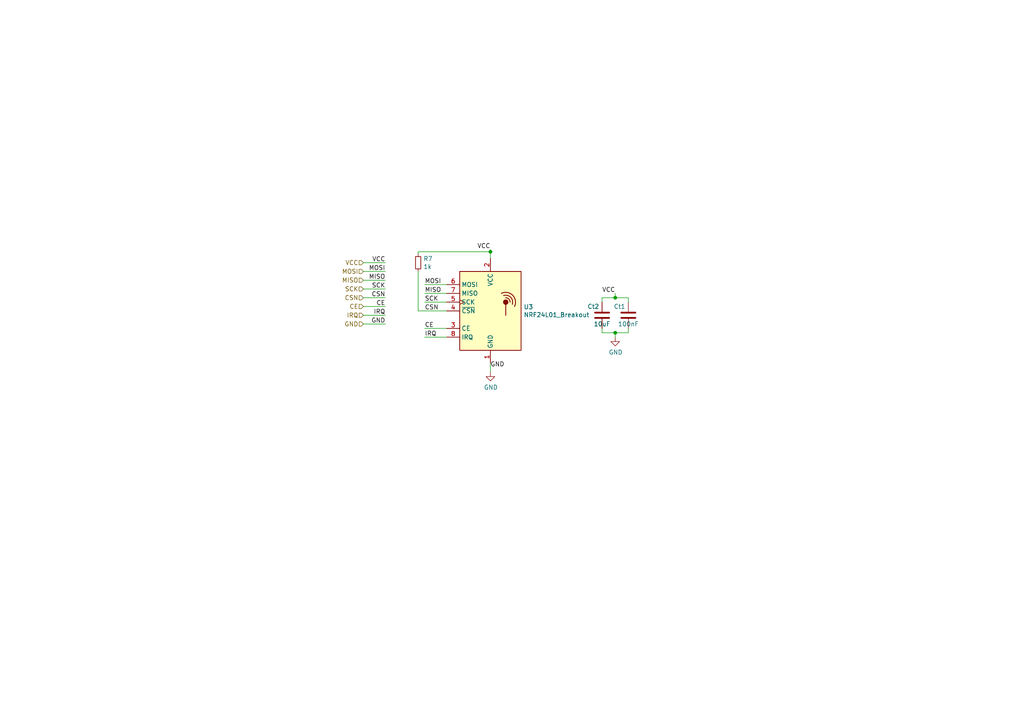
<source format=kicad_sch>
(kicad_sch (version 20200512) (host eeschema "5.99.0-unknown-57e35c9~88~ubuntu19.10.1")
  (page 4 7)
  (paper "A4")
  (lib_symbols
    (symbol "Device:C" (pin_numbers hide) (pin_names (offset 0.254))
      (property "Reference" "C" (at 0.635 2.54 0))
      (property "Value" "C" (at 0.635 -2.54 0))
      (symbol "C_0_1"
        (polyline (pts (xy -2.032 -0.762) (xy 2.032 -0.762)) (stroke (width 0.508)))
        (polyline (pts (xy -2.032 0.762) (xy 2.032 0.762)) (stroke (width 0.508)))
      )
      (symbol "C_1_1"
        (pin passive line (at 0 3.81 270) (length 2.794) (name "~") (number "1"))
        (pin passive line (at 0 -3.81 90) (length 2.794) (name "~") (number "2"))
      )
    )
    (symbol "Device:C_1" (pin_numbers hide) (pin_names (offset 0.254))
      (property "Reference" "C" (at 0.635 2.54 0))
      (property "Value" "C" (at 0.635 -2.54 0))
      (symbol "C_1_0_1"
        (polyline (pts (xy -2.032 -0.762) (xy 2.032 -0.762)) (stroke (width 0.508)))
        (polyline (pts (xy -2.032 0.762) (xy 2.032 0.762)) (stroke (width 0.508)))
      )
      (symbol "C_1_1_1"
        (pin passive line (at 0 3.81 270) (length 2.794) (name "~") (number "1"))
        (pin passive line (at 0 -3.81 90) (length 2.794) (name "~") (number "2"))
      )
    )
    (symbol "Device:R_Small" (pin_numbers hide) (pin_names (offset 0.254) hide)
      (property "Reference" "R" (at 0.762 0.508 0))
      (property "Value" "R_Small" (at 0.762 -1.016 0))
      (symbol "R_Small_0_1"
        (rectangle (start -0.762 1.778) (end 0.762 -1.778) (stroke (width 0.2032)))
      )
      (symbol "R_Small_1_1"
        (pin passive line (at 0 2.54 270) (length 0.762) (name "~") (number "1"))
        (pin passive line (at 0 -2.54 90) (length 0.762) (name "~") (number "2"))
      )
    )
    (symbol "RF:NRF24L01_Breakout"
      (property "Reference" "U" (at -8.89 12.7 0))
      (property "Value" "NRF24L01_Breakout" (at 3.81 12.7 0))
      (symbol "NRF24L01_Breakout_0_1"
        (arc (start 3.175 5.08) (end 6.985 1.27) (radius (at 4.445 2.54) (length 2.8448) (angles 116.6 -26.6)) (stroke (width 0.254)))
        (arc (start 4.445 3.81) (end 5.715 2.54) (radius (at 4.445 2.5654) (length 1.2446) (angles 90 -1.1)) (stroke (width 0.254)))
        (arc (start 3.81 4.445) (end 6.35 1.905) (radius (at 4.445 2.5654) (length 1.9812) (angles 108.7 -19.1)) (stroke (width 0.254)))
        (circle (center 4.445 2.54) (radius 0.635) (stroke (width 0.254)) (fill (type outline)))
        (rectangle (start -8.89 11.43) (end 8.89 -11.43) (stroke (width 0.254)) (fill (type background)))
        (polyline (pts (xy 4.445 1.905) (xy 4.445 -1.27)) (stroke (width 0.254)))
      )
      (symbol "NRF24L01_Breakout_1_1"
        (pin power_in line (at 0 -15.24 90) (length 3.81) (name "GND") (number "1"))
        (pin power_in line (at 0 15.24 270) (length 3.81) (name "VCC") (number "2"))
        (pin input line (at -12.7 -5.08 0) (length 3.81) (name "CE") (number "3"))
        (pin input line (at -12.7 0 0) (length 3.81) (name "~CSN") (number "4"))
        (pin input clock (at -12.7 2.54 0) (length 3.81) (name "SCK") (number "5"))
        (pin input line (at -12.7 7.62 0) (length 3.81) (name "MOSI") (number "6"))
        (pin output line (at -12.7 5.08 0) (length 3.81) (name "MISO") (number "7"))
        (pin output line (at -12.7 -7.62 0) (length 3.81) (name "IRQ") (number "8"))
      )
    )
    (symbol "power:GND" (power) (pin_names (offset 0))
      (property "Value" "GND" (at 0 -3.81 0))
      (symbol "GND_0_1"
        (polyline (pts (xy 0 0) (xy 0 -1.27) (xy 1.27 -1.27) (xy 0 -2.54) (xy -1.27 -1.27) (xy 0 -1.27)))
      )
      (symbol "GND_1_1"
        (pin power_in line (at 0 0 270) (length 0) hide (name "GND") (number "1"))
      )
    )
  )
  (junction (at 142.24 73.025))
  (junction (at 178.435 86.36))
  (junction (at 178.435 96.52))
  (wire (pts (xy 105.41 76.2) (xy 111.76 76.2)))
  (wire (pts (xy 105.41 88.9) (xy 111.76 88.9)))
  (wire (pts (xy 111.76 78.74) (xy 105.41 78.74)))
  (wire (pts (xy 111.76 81.28) (xy 105.41 81.28)))
  (wire (pts (xy 111.76 83.82) (xy 105.41 83.82)))
  (wire (pts (xy 111.76 86.36) (xy 105.41 86.36)))
  (wire (pts (xy 111.76 91.44) (xy 105.41 91.44)))
  (wire (pts (xy 111.76 93.98) (xy 105.41 93.98)))
  (wire (pts (xy 121.285 73.025) (xy 142.24 73.025)))
  (wire (pts (xy 121.285 73.66) (xy 121.285 73.025)))
  (wire (pts (xy 121.285 78.74) (xy 121.285 90.17)))
  (wire (pts (xy 121.285 90.17) (xy 129.54 90.17)))
  (wire (pts (xy 123.19 85.09) (xy 129.54 85.09)))
  (wire (pts (xy 123.19 95.25) (xy 129.54 95.25)))
  (wire (pts (xy 123.19 97.79) (xy 129.54 97.79)))
  (wire (pts (xy 129.54 82.55) (xy 123.19 82.55)))
  (wire (pts (xy 129.54 87.63) (xy 123.19 87.63)))
  (wire (pts (xy 142.24 73.025) (xy 142.24 72.39)))
  (wire (pts (xy 142.24 74.93) (xy 142.24 73.025)))
  (wire (pts (xy 142.24 105.41) (xy 142.24 107.95)))
  (wire (pts (xy 174.625 86.36) (xy 174.625 87.63)))
  (wire (pts (xy 174.625 86.36) (xy 178.435 86.36)))
  (wire (pts (xy 174.625 96.52) (xy 174.625 95.25)))
  (wire (pts (xy 174.625 96.52) (xy 178.435 96.52)))
  (wire (pts (xy 178.435 86.36) (xy 178.435 85.09)))
  (wire (pts (xy 178.435 86.36) (xy 182.245 86.36)))
  (wire (pts (xy 178.435 96.52) (xy 182.245 96.52)))
  (wire (pts (xy 178.435 97.79) (xy 178.435 96.52)))
  (wire (pts (xy 182.245 87.63) (xy 182.245 86.36)))
  (wire (pts (xy 182.245 95.25) (xy 182.245 96.52)))
  (label "VCC" (at 111.76 76.2 180))
  (label "MOSI" (at 111.76 78.74 180))
  (label "MISO" (at 111.76 81.28 180))
  (label "SCK" (at 111.76 83.82 180))
  (label "CSN" (at 111.76 86.36 180))
  (label "CE" (at 111.76 88.9 180))
  (label "IRQ" (at 111.76 91.44 180))
  (label "GND" (at 111.76 93.98 180))
  (label "MOSI" (at 123.19 82.55 0))
  (label "MISO" (at 123.19 85.09 0))
  (label "SCK" (at 123.19 87.63 0))
  (label "CSN" (at 123.19 90.17 0))
  (label "CE" (at 123.19 95.25 0))
  (label "IRQ" (at 123.19 97.79 0))
  (label "VCC" (at 142.24 72.39 180))
  (label "GND" (at 142.24 106.68 0))
  (label "VCC" (at 178.435 85.09 180))
  (hierarchical_label "VCC" (shape input) (at 105.41 76.2 180))
  (hierarchical_label "MOSI" (shape input) (at 105.41 78.74 180))
  (hierarchical_label "MISO" (shape input) (at 105.41 81.28 180))
  (hierarchical_label "SCK" (shape input) (at 105.41 83.82 180))
  (hierarchical_label "CSN" (shape input) (at 105.41 86.36 180))
  (hierarchical_label "CE" (shape input) (at 105.41 88.9 180))
  (hierarchical_label "IRQ" (shape input) (at 105.41 91.44 180))
  (hierarchical_label "GND" (shape input) (at 105.41 93.98 180))
  (symbol (lib_id "power:GND") (at 142.24 107.95 0) (unit 1)
    (property "Reference" "#PWR0109" (effects hide))
    (property "Value" "GND" (at 142.367 112.3442 0))
  )
  (symbol (lib_id "power:GND") (at 178.435 97.79 0) (unit 1)
    (property "Reference" "#PWR0119" (effects hide))
    (property "Value" "GND" (at 178.562 102.1842 0))
  )
  (symbol (lib_id "Device:R_Small") (at 121.285 76.2 0) (unit 1)
    (property "Reference" "R7" (at 122.7837 75.0506 0) (effects (justify left)))
    (property "Value" "1k" (at 122.784 77.349 0) (effects (justify left)))
    (property "Footprint" "Resistor_SMD:R_0603_1608Metric_Pad1.05x0.95mm_HandSolder" (effects hide))
  )
  (symbol (lib_id "Device:C") (at 174.625 91.44 180) (unit 1)
    (property "Reference" "Ct2" (at 172.085 88.9 0))
    (property "Value" "10uF" (at 174.625 93.98 0))
    (property "Footprint" "Capacitor_SMD:C_0603_1608Metric_Pad1.05x0.95mm_HandSolder" (effects hide))
  )
  (symbol (lib_name "Device:C_1") (lib_id "Device:C") (at 182.245 91.44 180) (unit 1)
    (property "Reference" "Ct1" (at 179.705 88.9 0))
    (property "Value" "100nF" (at 182.245 93.98 0))
    (property "Footprint" "Capacitor_SMD:C_0603_1608Metric_Pad1.05x0.95mm_HandSolder" (effects hide))
  )
  (symbol (lib_id "RF:NRF24L01_Breakout") (at 142.24 90.17 0) (unit 1)
    (property "Reference" "U3" (at 151.8921 89.0206 0) (effects (justify left)))
    (property "Value" "NRF24L01_Breakout" (at 151.8921 91.3193 0) (effects (justify left)))
    (property "Footprint" "RF_Module:nRF24L01_Breakout" (effects hide))
    (property "Datasheet" "http://www.nordicsemi.com/eng/content/download/2730/34105/file/nRF24L01_Product_Specification_v2_0.pdf" (effects hide))
  )
)
</source>
